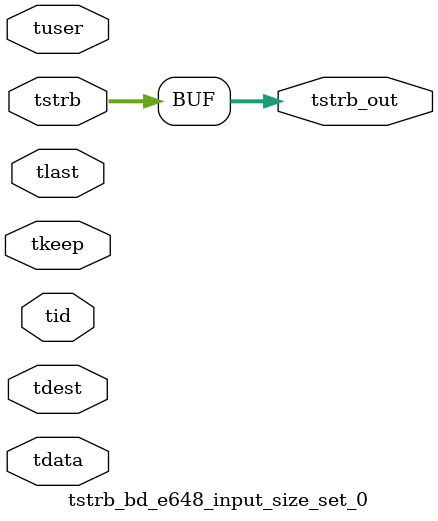
<source format=v>


`timescale 1ps/1ps

module tstrb_bd_e648_input_size_set_0 #
(
parameter C_S_AXIS_TDATA_WIDTH = 32,
parameter C_S_AXIS_TUSER_WIDTH = 0,
parameter C_S_AXIS_TID_WIDTH   = 0,
parameter C_S_AXIS_TDEST_WIDTH = 0,
parameter C_M_AXIS_TDATA_WIDTH = 32
)
(
input  [(C_S_AXIS_TDATA_WIDTH == 0 ? 1 : C_S_AXIS_TDATA_WIDTH)-1:0     ] tdata,
input  [(C_S_AXIS_TUSER_WIDTH == 0 ? 1 : C_S_AXIS_TUSER_WIDTH)-1:0     ] tuser,
input  [(C_S_AXIS_TID_WIDTH   == 0 ? 1 : C_S_AXIS_TID_WIDTH)-1:0       ] tid,
input  [(C_S_AXIS_TDEST_WIDTH == 0 ? 1 : C_S_AXIS_TDEST_WIDTH)-1:0     ] tdest,
input  [(C_S_AXIS_TDATA_WIDTH/8)-1:0 ] tkeep,
input  [(C_S_AXIS_TDATA_WIDTH/8)-1:0 ] tstrb,
input                                                                    tlast,
output [(C_M_AXIS_TDATA_WIDTH/8)-1:0 ] tstrb_out
);

assign tstrb_out = {tstrb[5:0]};

endmodule


</source>
